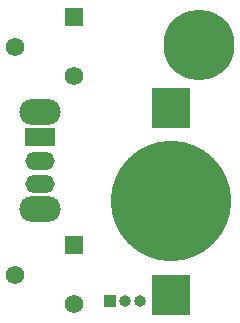
<source format=gbs>
G04 #@! TF.GenerationSoftware,KiCad,Pcbnew,8.0.1*
G04 #@! TF.CreationDate,2024-07-26T02:51:11+08:00*
G04 #@! TF.ProjectId,555Sandbox,35353553-616e-4646-926f-782e6b696361,1.0.0*
G04 #@! TF.SameCoordinates,Original*
G04 #@! TF.FileFunction,Soldermask,Bot*
G04 #@! TF.FilePolarity,Negative*
%FSLAX46Y46*%
G04 Gerber Fmt 4.6, Leading zero omitted, Abs format (unit mm)*
G04 Created by KiCad (PCBNEW 8.0.1) date 2024-07-26 02:51:11*
%MOMM*%
%LPD*%
G01*
G04 APERTURE LIST*
%ADD10O,1.000000X1.000000*%
%ADD11R,1.000000X1.000000*%
%ADD12O,3.500000X2.200000*%
%ADD13R,2.500000X1.500000*%
%ADD14O,2.500000X1.500000*%
%ADD15R,1.560000X1.560000*%
%ADD16C,1.560000*%
%ADD17C,6.000000*%
%ADD18R,3.300000X3.500000*%
%ADD19C,10.200000*%
G04 APERTURE END LIST*
D10*
X86915000Y-92300000D03*
X85645000Y-92300000D03*
D11*
X84375000Y-92300000D03*
D12*
X78450000Y-76350000D03*
X78450000Y-84550000D03*
D13*
X78450000Y-78450000D03*
D14*
X78450000Y-80450000D03*
X78450000Y-82450000D03*
D15*
X81350000Y-68300000D03*
D16*
X76350000Y-70800000D03*
X81350000Y-73300000D03*
D17*
X91950000Y-70700000D03*
D15*
X81390000Y-87600000D03*
D16*
X76390000Y-90100000D03*
X81390000Y-92600000D03*
D18*
X89595000Y-76000000D03*
X89595000Y-91800000D03*
D19*
X89595000Y-83900000D03*
M02*

</source>
